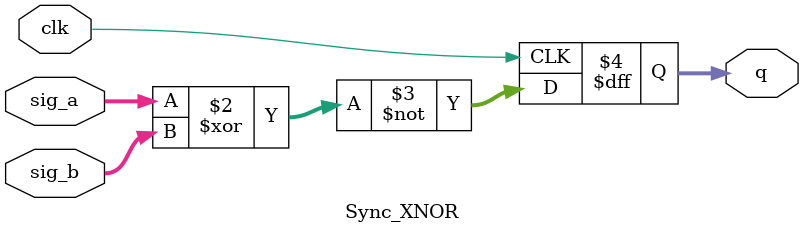
<source format=sv>
module Sync_XNOR(
    input wire clk,
    input wire [7:0] sig_a, sig_b,
    output reg [7:0] q
);
    // Direct XNOR in single cycle reduces latency and register usage
    // This optimization improves area, power and timing
    always @(posedge clk) begin
        q <= ~(sig_a ^ sig_b);
    end
endmodule
</source>
